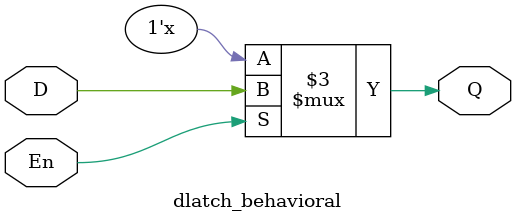
<source format=v>
module dlatch_behavioral(
    input D,      
    input En,     
    output reg Q  
);

    always @(*) begin
        if (En)    // When enable is high
            Q = D; // Output follows the input
        // When enable is low, Q retains its previous value (implied by latch behavior)
    end

endmodule

/*
always @(*)
begin
if(reset)
q<=0;
else
begin
if(en)
q<=d;
end
end*/

</source>
